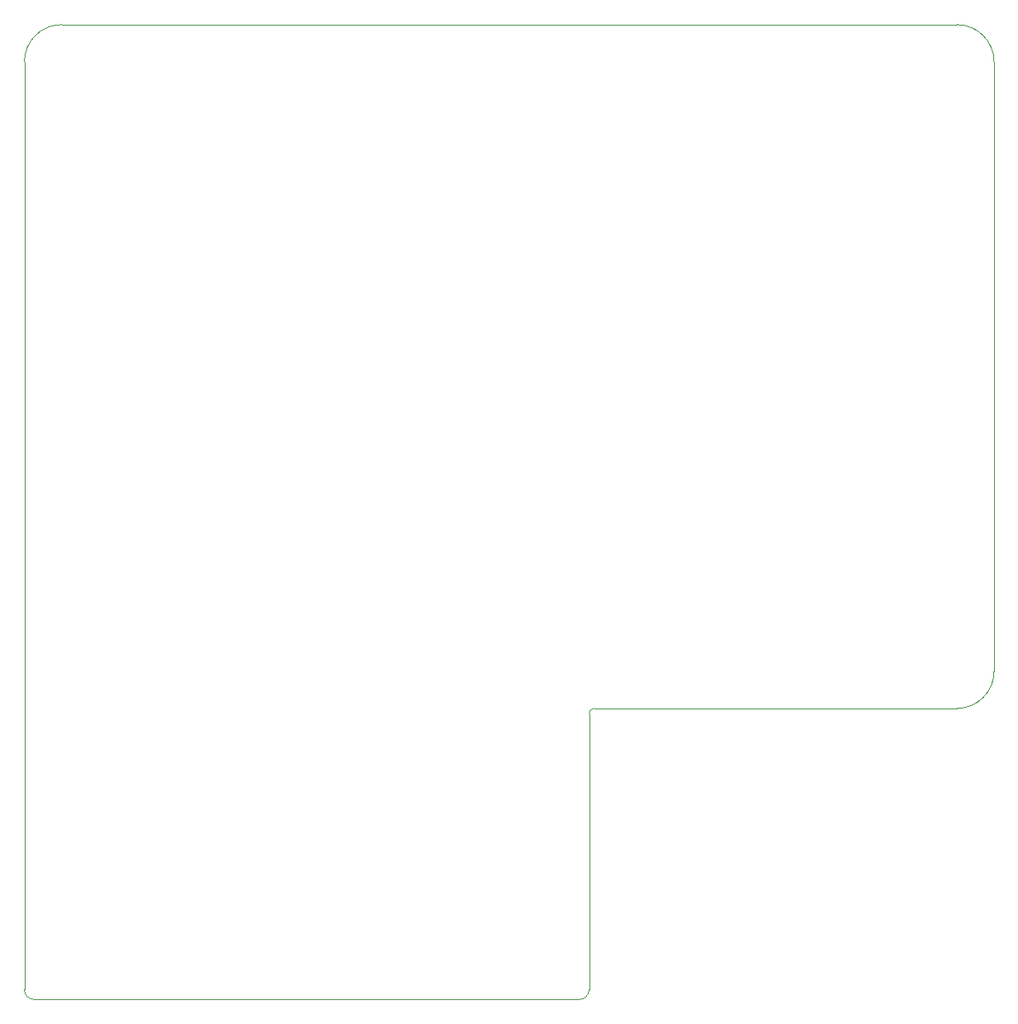
<source format=gm1>
%TF.GenerationSoftware,KiCad,Pcbnew,(5.1.8)-1*%
%TF.CreationDate,2021-03-16T23:03:37+01:00*%
%TF.ProjectId,C64 BlinkenDiag,43363420-426c-4696-9e6b-656e44696167,rev?*%
%TF.SameCoordinates,Original*%
%TF.FileFunction,Profile,NP*%
%FSLAX46Y46*%
G04 Gerber Fmt 4.6, Leading zero omitted, Abs format (unit mm)*
G04 Created by KiCad (PCBNEW (5.1.8)-1) date 2021-03-16 23:03:37*
%MOMM*%
%LPD*%
G01*
G04 APERTURE LIST*
%TA.AperFunction,Profile*%
%ADD10C,0.025400*%
%TD*%
G04 APERTURE END LIST*
D10*
X120269000Y-24511000D02*
G75*
G02*
X124079000Y-20701000I3810000J0D01*
G01*
X215900000Y-20701000D02*
X124079000Y-20701000D01*
X215900000Y-20701000D02*
G75*
G02*
X219710000Y-24511000I0J-3810000D01*
G01*
X219710000Y-86995000D02*
G75*
G02*
X215900000Y-90805000I-3810000J0D01*
G01*
X178689000Y-90805000D02*
G75*
G03*
X178181000Y-91313000I0J-508000D01*
G01*
X215900000Y-90805000D02*
X178689000Y-90805000D01*
X219710000Y-86995000D02*
X219710000Y-24511000D01*
X178181000Y-91313000D02*
X178181000Y-119253000D01*
X120269000Y-119253000D02*
X120269000Y-119634000D01*
X120269000Y-119634000D02*
G75*
G03*
X121285000Y-120650000I1016000J0D01*
G01*
X178181000Y-119634000D02*
X178181000Y-119253000D01*
X177165000Y-120650000D02*
G75*
G03*
X178181000Y-119634000I0J1016000D01*
G01*
X120269000Y-24511000D02*
X120269000Y-119253000D01*
X121285000Y-120650000D02*
X177165000Y-120650000D01*
M02*

</source>
